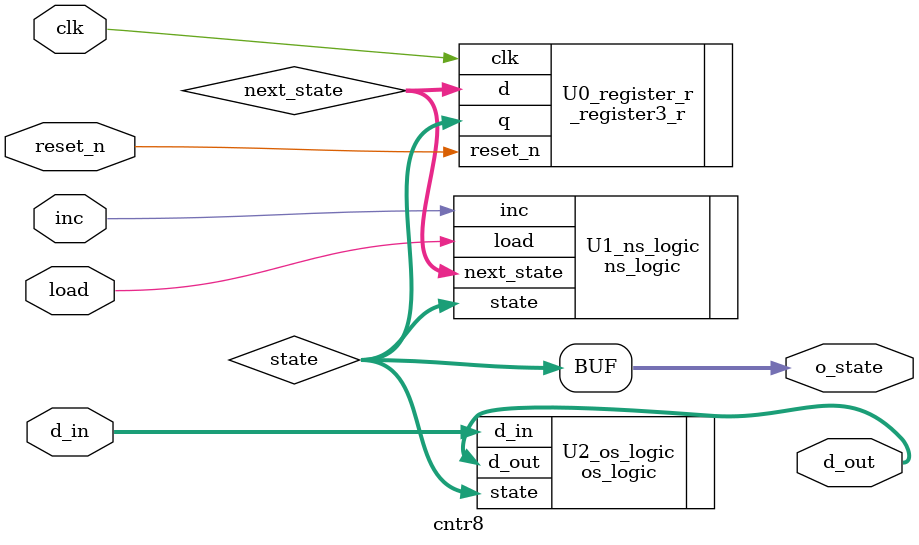
<source format=v>
module cntr8(clk, reset_n, inc, load, d_in, d_out, o_state); //8 bit counter
	input clk, reset_n, inc, load;	//loadable, up/down
	input [7:0] d_in;
	output [7:0] d_out;
	output [2:0] o_state;
	wire [2:0] next_state, state;
	
	assign o_state = state;
	_register3_r U0_register_r(.d(next_state),.q(state),.clk(clk),.reset_n(reset_n));
	ns_logic U1_ns_logic(.state(state), .next_state(next_state),.inc(inc),.load(load));
	os_logic U2_os_logic(.state(state),.d_in(d_in),.d_out(d_out));
endmodule
</source>
